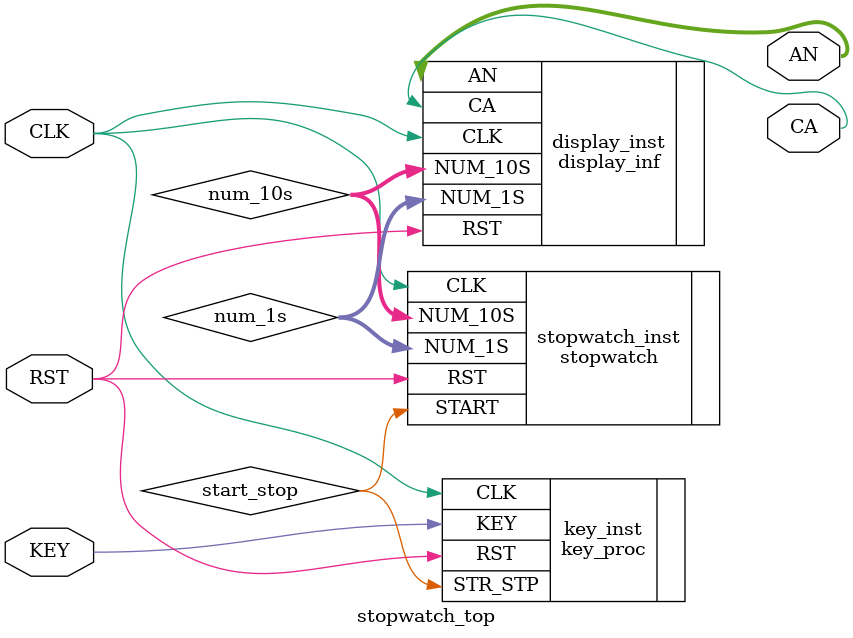
<source format=v>
`timescale 1ns / 1ps


//³»°¡ ÇÑ°Å ±Ùµ¥ ¾ÈµÊ
//module stopwatch_top(
//    input RST,
//    input CLK,
//    input KEY,
//    output sel,
//    output [6:0] A
//    );
    
//wire    [3:0]   NUM_1S;
//wire    [2:0]   NUM_10S;
//wire        start_stop;

//my_startstop startstop_inst (
//    .RST        (RST),
//    .CLK        (CLK),
//    .KEY        (KEY),
//    .startstop    (start_stop) //start : 1, stop :0
//    );
    
//stopwatch stopwatch_inst (
//    .RST        (RST),
//    .CLK        (CLK),
//    .start      (start_stop),
//    .NUM_1S     (NUM_1S),
//    .NUM_10S    (NUM_10S)
//    );

//display display_inst(
//    .RST            (RST),
//    .CLK            (CLK),      // 125 Mhz
//    .NUM_1S         (NUM_1S),
//    .NUM_10S        (NUM_10S),
//    .sel             (sel),
//    .A             (A)
//    );        

//endmodule



// ±³¼ö´ÔÀÌ ÇÑ°Å
module stopwatch_top(
    input RST,
    input CLK,
    input KEY,
    output CA,
    output [6:0] AN
    );
wire    [3:0]   num_1s;
wire    [2:0]   num_10s;
wire        start_stop;

key_proc key_inst (
    .RST        (RST),
    .CLK        (CLK),
    .KEY        (KEY),
    .STR_STP    (start_stop) //start : 1, stop :0
    );
    
stopwatch stopwatch_inst (
    .RST        (RST),
    .CLK        (CLK),
    .START      (start_stop),
    .NUM_1S     (num_1s),
    .NUM_10S    (num_10s)
    );

display_inf display_inst(
    .RST            (RST),
    .CLK            (CLK),      // 125 Mhz
    .NUM_1S         (num_1s),
    .NUM_10S        (num_10s),
    .CA             (CA),
    .AN             (AN)
    );        

endmodule



</source>
